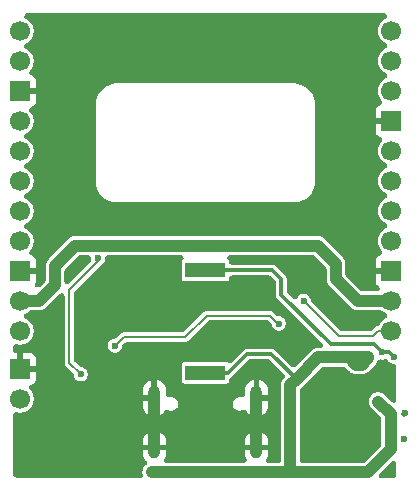
<source format=gbl>
%TF.GenerationSoftware,KiCad,Pcbnew,9.0.1*%
%TF.CreationDate,2025-12-21T16:37:51-06:00*%
%TF.ProjectId,ProtoCarrier_v1,50726f74-6f43-4617-9272-6965725f7631,rev?*%
%TF.SameCoordinates,Original*%
%TF.FileFunction,Copper,L4,Bot*%
%TF.FilePolarity,Positive*%
%FSLAX46Y46*%
G04 Gerber Fmt 4.6, Leading zero omitted, Abs format (unit mm)*
G04 Created by KiCad (PCBNEW 9.0.1) date 2025-12-21 16:37:51*
%MOMM*%
%LPD*%
G01*
G04 APERTURE LIST*
%TA.AperFunction,ComponentPad*%
%ADD10C,1.700000*%
%TD*%
%TA.AperFunction,ComponentPad*%
%ADD11R,1.700000X1.700000*%
%TD*%
%TA.AperFunction,HeatsinkPad*%
%ADD12O,1.000000X2.100000*%
%TD*%
%TA.AperFunction,HeatsinkPad*%
%ADD13O,1.000000X1.800000*%
%TD*%
%TA.AperFunction,SMDPad,CuDef*%
%ADD14R,3.400000X1.300000*%
%TD*%
%TA.AperFunction,ViaPad*%
%ADD15C,0.600000*%
%TD*%
%TA.AperFunction,Conductor*%
%ADD16C,1.000000*%
%TD*%
%TA.AperFunction,Conductor*%
%ADD17C,0.500000*%
%TD*%
%TA.AperFunction,Conductor*%
%ADD18C,0.200000*%
%TD*%
%TA.AperFunction,Conductor*%
%ADD19C,0.300000*%
%TD*%
G04 APERTURE END LIST*
D10*
%TO.P,J2,1,Pin_1*%
%TO.N,Net-(D1-A1)*%
X134300000Y-112970000D03*
D11*
%TO.P,J2,2,Pin_2*%
%TO.N,GND*%
X134300000Y-110430000D03*
%TD*%
D10*
%TO.P,J1,1,Pin_1*%
%TO.N,/SoM Breakout/IO7*%
X134300000Y-81810000D03*
%TO.P,J1,2,Pin_2*%
%TO.N,/SoM Breakout/IO6*%
X134300000Y-84350000D03*
D11*
%TO.P,J1,3,Pin_3*%
%TO.N,GND*%
X134300000Y-86890000D03*
D10*
%TO.P,J1,4,Pin_4*%
%TO.N,/SoM Breakout/IO5*%
X134300000Y-89430000D03*
%TO.P,J1,5,Pin_5*%
%TO.N,/SoM Breakout/IO4*%
X134300000Y-91970000D03*
%TO.P,J1,6,Pin_6*%
%TO.N,/SoM Breakout/IO3*%
X134300000Y-94510000D03*
%TO.P,J1,7,Pin_7*%
%TO.N,/SoM Breakout/IO2*%
X134300000Y-97050000D03*
%TO.P,J1,8,Pin_8*%
%TO.N,/SoM Breakout/IO1*%
X134300000Y-99590000D03*
D11*
%TO.P,J1,9,Pin_9*%
%TO.N,GND*%
X134300000Y-102130000D03*
D10*
%TO.P,J1,10,Pin_10*%
%TO.N,+3V3*%
X134300000Y-104670000D03*
%TO.P,J1,11,Pin_11*%
%TO.N,/SoM Breakout/IO0*%
X134300000Y-107210000D03*
%TD*%
D12*
%TO.P,J4,S1,SHIELD*%
%TO.N,GND*%
X145680000Y-112895000D03*
D13*
X145680000Y-117075000D03*
D12*
X154320000Y-112895000D03*
D13*
X154320000Y-117075000D03*
%TD*%
D10*
%TO.P,J3,1,Pin_1*%
%TO.N,/SoM Breakout/IO8*%
X165750000Y-81800000D03*
%TO.P,J3,2,Pin_2*%
%TO.N,/SoM Breakout/IO9*%
X165750000Y-84340000D03*
%TO.P,J3,3,Pin_3*%
%TO.N,/SoM Breakout/IO10*%
X165750000Y-86880000D03*
D11*
%TO.P,J3,4,Pin_4*%
%TO.N,GND*%
X165750000Y-89420000D03*
D10*
%TO.P,J3,5,Pin_5*%
%TO.N,/SoM Breakout/IO11*%
X165750000Y-91960000D03*
%TO.P,J3,6,Pin_6*%
%TO.N,/SoM Breakout/IO12*%
X165750000Y-94500000D03*
%TO.P,J3,7,Pin_7*%
%TO.N,/SoM Breakout/UART0_RX*%
X165750000Y-97040000D03*
%TO.P,J3,8,Pin_8*%
%TO.N,/SoM Breakout/UART0_TX*%
X165750000Y-99580000D03*
D11*
%TO.P,J3,9,Pin_9*%
%TO.N,GND*%
X165750000Y-102120000D03*
D10*
%TO.P,J3,10,Pin_10*%
%TO.N,+3V3*%
X165750000Y-104660000D03*
%TO.P,J3,11,Pin_11*%
%TO.N,/SoM Breakout/BOOT0*%
X165750000Y-107200000D03*
%TD*%
D14*
%TO.P,LS1,1*%
%TO.N,VSYS*%
X150000000Y-110749999D03*
%TO.P,LS1,2*%
%TO.N,/Status Indication/BUZZ_DRAIN*%
X150000000Y-102050001D03*
%TD*%
D15*
%TO.N,VSYS*%
X163000000Y-110050000D03*
%TO.N,GND*%
X159950000Y-85150000D03*
X138400000Y-92524999D03*
X163100000Y-115800000D03*
X147600000Y-103400000D03*
X142012500Y-115325000D03*
X159625000Y-101750000D03*
X161600000Y-99225000D03*
X163575000Y-90725000D03*
X163150000Y-117975000D03*
X144250000Y-98475000D03*
X140500000Y-106725000D03*
X145950000Y-111100000D03*
X147625000Y-106725000D03*
X166850000Y-116325000D03*
X156050000Y-85500000D03*
X163600000Y-85600000D03*
X151800000Y-80900000D03*
X148600000Y-105100000D03*
X147675000Y-108975000D03*
X157125000Y-83525000D03*
X152075000Y-116725000D03*
X155925000Y-82450000D03*
X139350000Y-101800000D03*
X152850000Y-84625000D03*
X144050000Y-103225000D03*
X141700000Y-97350000D03*
X138850000Y-116425000D03*
X150012500Y-109112500D03*
X154750000Y-103475000D03*
X139525000Y-105100000D03*
X136200000Y-101150000D03*
X149550000Y-98425000D03*
X165775000Y-119100000D03*
X159400000Y-112725000D03*
X155925000Y-81300000D03*
X163550000Y-93300000D03*
X159975000Y-98250001D03*
X140150000Y-87550000D03*
X137612500Y-115328500D03*
X164325000Y-111900000D03*
X153700000Y-101175000D03*
X139100000Y-89950000D03*
X154650000Y-110025000D03*
X155825000Y-117050000D03*
X138961798Y-97140458D03*
X142875000Y-83525000D03*
X138850000Y-80950000D03*
X166900000Y-114150000D03*
X144075000Y-82425000D03*
X164325000Y-111025000D03*
X140500000Y-103475000D03*
X159425000Y-115300000D03*
X154750000Y-106725000D03*
X157100000Y-109175000D03*
X161375000Y-104675000D03*
X155725000Y-105100000D03*
X136650000Y-82950000D03*
X147125000Y-84750000D03*
X161350000Y-81050000D03*
X148450000Y-117925000D03*
X136500000Y-85500000D03*
X163600000Y-83025000D03*
X135950000Y-108850000D03*
X152525000Y-109000000D03*
X142500000Y-101725000D03*
X144500000Y-109850000D03*
X145275000Y-83525000D03*
X145975000Y-108675000D03*
X163550000Y-88050000D03*
X136775000Y-93500000D03*
X142425000Y-117400000D03*
X160975000Y-94700000D03*
X146650000Y-105100000D03*
X154725000Y-83525000D03*
X163225000Y-98250000D03*
X141475000Y-105100000D03*
X136300000Y-90450000D03*
X152625000Y-97175000D03*
X150225000Y-85625000D03*
X155600000Y-98550000D03*
X163150000Y-113775000D03*
X138400000Y-94475001D03*
X140825000Y-84775000D03*
X160850000Y-105950000D03*
X143950000Y-85600000D03*
X160000000Y-92450000D03*
X161600000Y-97275000D03*
X160900000Y-89925000D03*
X137400000Y-106000000D03*
X146700000Y-97200000D03*
X147625000Y-115250000D03*
X147975000Y-80925000D03*
X159425000Y-117425000D03*
X158175000Y-97200000D03*
X156050000Y-111150000D03*
X160000000Y-87600000D03*
X153775000Y-105100000D03*
X146100000Y-101750000D03*
X139850000Y-109300000D03*
X163717524Y-96211471D03*
X140925000Y-111225000D03*
X144050000Y-81300000D03*
%TO.N,/SoM Breakout/CORE_RST_N*%
X140900000Y-101025000D03*
X139450000Y-110875000D03*
%TO.N,+3V3*%
X151450000Y-100000000D03*
X153225000Y-100000000D03*
X152375000Y-100025000D03*
%TO.N,/SoM Breakout/BOOT0*%
X142350000Y-108450000D03*
X158325000Y-104675000D03*
X156217385Y-106579439D03*
%TO.N,VSYS*%
X159150000Y-109525000D03*
X155275000Y-119175000D03*
X152200000Y-119200000D03*
X163800000Y-109475000D03*
X165700000Y-114800000D03*
X162175000Y-109450000D03*
X165700000Y-116925000D03*
X148175000Y-119150000D03*
X150350000Y-119150000D03*
X145450000Y-119175000D03*
X164625000Y-113200000D03*
%TO.N,/Status Indication/BUZZ_DRAIN*%
X164925000Y-109025000D03*
X165925000Y-109375000D03*
%TD*%
D16*
%TO.N,VSYS*%
X163225000Y-110050000D02*
X163800000Y-109475000D01*
X163000000Y-110050000D02*
X163225000Y-110050000D01*
X162775000Y-110050000D02*
X162175000Y-109450000D01*
X163000000Y-110050000D02*
X162775000Y-110050000D01*
X163000000Y-109450000D02*
X162175000Y-109450000D01*
%TO.N,+3V3*%
X162885000Y-104660000D02*
X165750000Y-104660000D01*
X161050000Y-102825000D02*
X162885000Y-104660000D01*
X161050000Y-101525000D02*
X161050000Y-102825000D01*
X137260000Y-101710000D02*
X138995000Y-99975000D01*
X137260000Y-103340000D02*
X137260000Y-101710000D01*
X138995000Y-99975000D02*
X159500000Y-99975000D01*
X159500000Y-99975000D02*
X161050000Y-101525000D01*
X135930000Y-104670000D02*
X137260000Y-103340000D01*
X134300000Y-104670000D02*
X135930000Y-104670000D01*
%TO.N,GND*%
X154320000Y-112895000D02*
X154320000Y-117075000D01*
X145680000Y-112895000D02*
X145680000Y-117075000D01*
D17*
X166850000Y-114200000D02*
X166900000Y-114150000D01*
D18*
%TO.N,/SoM Breakout/CORE_RST_N*%
X138475000Y-109900000D02*
X139450000Y-110875000D01*
X140900000Y-101025000D02*
X140900000Y-101300000D01*
X140900000Y-101300000D02*
X138475000Y-103725000D01*
X138475000Y-103725000D02*
X138475000Y-109900000D01*
%TO.N,/SoM Breakout/BOOT0*%
X164150000Y-107650000D02*
X164600000Y-107200000D01*
X165550000Y-107400000D02*
X165750000Y-107200000D01*
X150125000Y-105900000D02*
X148300000Y-107725000D01*
X156179439Y-106579439D02*
X155500000Y-105900000D01*
X156217385Y-106579439D02*
X156179439Y-106579439D01*
X158325000Y-104675000D02*
X161300000Y-107650000D01*
X164600000Y-107200000D02*
X165750000Y-107200000D01*
X148300000Y-107725000D02*
X143075000Y-107725000D01*
X155500000Y-105900000D02*
X150125000Y-105900000D01*
X161300000Y-107650000D02*
X164150000Y-107650000D01*
X143075000Y-107725000D02*
X142350000Y-108450000D01*
D16*
%TO.N,VSYS*%
X155275000Y-119175000D02*
X157200000Y-119175000D01*
X163750000Y-119175000D02*
X157200000Y-119175000D01*
D17*
X162125000Y-109400000D02*
X162175000Y-109450000D01*
D19*
X150000000Y-110749999D02*
X151925001Y-110749999D01*
D16*
X165700000Y-116925000D02*
X165700000Y-117225000D01*
X165700000Y-117225000D02*
X163750000Y-119175000D01*
X157712500Y-111287500D02*
X159550000Y-109450000D01*
X159550000Y-109450000D02*
X162175000Y-109450000D01*
X157200000Y-119175000D02*
X157200000Y-111800000D01*
D19*
X153525000Y-109150000D02*
X155575000Y-109150000D01*
D16*
X165700000Y-114275000D02*
X164625000Y-113200000D01*
X165700000Y-116925000D02*
X165700000Y-114275000D01*
X163775000Y-109450000D02*
X163000000Y-109450000D01*
D19*
X151925001Y-110749999D02*
X153525000Y-109150000D01*
X155575000Y-109150000D02*
X157712500Y-111287500D01*
X164650000Y-113225000D02*
X164625000Y-113200000D01*
D16*
X145450000Y-119175000D02*
X155275000Y-119175000D01*
X157200000Y-111800000D02*
X157712500Y-111287500D01*
D19*
%TO.N,/Status Indication/BUZZ_DRAIN*%
X160650000Y-108350000D02*
X156425000Y-104125000D01*
X150000000Y-102050001D02*
X155675001Y-102050001D01*
X165575000Y-109025000D02*
X164925000Y-109025000D01*
X164250000Y-108350000D02*
X160650000Y-108350000D01*
X165925000Y-109375000D02*
X165575000Y-109025000D01*
X156425000Y-104125000D02*
X156425000Y-102800000D01*
X164925000Y-109025000D02*
X164250000Y-108350000D01*
X155675001Y-102050001D02*
X156425000Y-102800000D01*
%TD*%
%TA.AperFunction,Conductor*%
%TO.N,GND*%
G36*
X147993679Y-100794454D02*
G01*
X148074461Y-100848430D01*
X148128437Y-100929212D01*
X148147391Y-101024500D01*
X148128437Y-101119788D01*
X148074463Y-101200566D01*
X148052863Y-101222167D01*
X148047794Y-101227236D01*
X148002414Y-101330012D01*
X147999500Y-101355134D01*
X147999500Y-102744856D01*
X147999501Y-102744870D01*
X148002415Y-102769994D01*
X148047792Y-102872763D01*
X148047793Y-102872764D01*
X148047794Y-102872766D01*
X148127235Y-102952207D01*
X148230009Y-102997586D01*
X148255135Y-103000501D01*
X151744864Y-103000500D01*
X151769991Y-102997586D01*
X151872765Y-102952207D01*
X151952206Y-102872766D01*
X151997585Y-102769992D01*
X152000500Y-102744866D01*
X152000500Y-102744865D01*
X152000915Y-102737689D01*
X152002827Y-102737799D01*
X152019454Y-102654213D01*
X152073430Y-102573431D01*
X152154212Y-102519455D01*
X152249500Y-102500501D01*
X155385258Y-102500501D01*
X155480546Y-102519455D01*
X155561328Y-102573431D01*
X155901570Y-102913673D01*
X155955546Y-102994455D01*
X155974500Y-103089743D01*
X155974500Y-104184309D01*
X155986303Y-104228358D01*
X155986304Y-104228362D01*
X156005200Y-104298884D01*
X156005201Y-104298887D01*
X156058147Y-104390591D01*
X156064511Y-104401614D01*
X159887327Y-108224430D01*
X159941303Y-108305212D01*
X159960257Y-108400500D01*
X159941303Y-108495788D01*
X159887327Y-108576570D01*
X159806545Y-108630546D01*
X159711257Y-108649500D01*
X159628842Y-108649500D01*
X159471157Y-108649500D01*
X159378364Y-108667957D01*
X159316500Y-108680263D01*
X159278720Y-108695913D01*
X159278719Y-108695913D01*
X159170823Y-108740605D01*
X159170819Y-108740606D01*
X159039712Y-108828210D01*
X159039704Y-108828216D01*
X159039699Y-108828222D01*
X158904208Y-108963712D01*
X158881026Y-108986893D01*
X158781284Y-109044480D01*
X158669480Y-109156284D01*
X158611895Y-109256022D01*
X158588713Y-109279205D01*
X158588714Y-109279205D01*
X157641082Y-110226838D01*
X157560300Y-110280815D01*
X157465012Y-110299769D01*
X157369724Y-110280815D01*
X157288943Y-110226839D01*
X157288942Y-110226839D01*
X155851614Y-108789511D01*
X155825614Y-108774500D01*
X155748887Y-108730201D01*
X155748884Y-108730200D01*
X155724674Y-108723713D01*
X155724670Y-108723711D01*
X155634313Y-108699500D01*
X155634309Y-108699500D01*
X153465691Y-108699500D01*
X153358304Y-108728274D01*
X153351110Y-108730202D01*
X153319618Y-108748384D01*
X153319617Y-108748386D01*
X153248386Y-108789511D01*
X153248385Y-108789512D01*
X153248382Y-108789514D01*
X152207299Y-109830595D01*
X152126518Y-109884571D01*
X152031230Y-109903525D01*
X151935941Y-109884571D01*
X151890512Y-109859950D01*
X151872767Y-109847794D01*
X151833815Y-109830595D01*
X151769991Y-109802414D01*
X151769990Y-109802413D01*
X151769989Y-109802413D01*
X151744866Y-109799499D01*
X148255144Y-109799499D01*
X148255130Y-109799500D01*
X148230006Y-109802414D01*
X148127237Y-109847791D01*
X148047794Y-109927234D01*
X148002414Y-110030010D01*
X147999500Y-110055132D01*
X147999500Y-111444854D01*
X147999501Y-111444868D01*
X148002415Y-111469992D01*
X148047792Y-111572761D01*
X148047793Y-111572762D01*
X148047794Y-111572764D01*
X148127235Y-111652205D01*
X148230009Y-111697584D01*
X148255135Y-111700499D01*
X151744864Y-111700498D01*
X151769991Y-111697584D01*
X151872765Y-111652205D01*
X151952206Y-111572764D01*
X151997585Y-111469990D01*
X152000500Y-111444864D01*
X152000499Y-111370362D01*
X152019452Y-111275078D01*
X152073427Y-111194296D01*
X152124998Y-111154723D01*
X152201615Y-111110488D01*
X153638673Y-109673430D01*
X153719455Y-109619454D01*
X153814743Y-109600500D01*
X155285257Y-109600500D01*
X155380545Y-109619454D01*
X155461327Y-109673430D01*
X156651839Y-110863942D01*
X156705815Y-110944724D01*
X156724769Y-111040012D01*
X156705815Y-111135300D01*
X156651841Y-111216079D01*
X156578212Y-111289709D01*
X156578210Y-111289712D01*
X156490606Y-111420819D01*
X156490603Y-111420826D01*
X156430263Y-111566502D01*
X156430261Y-111566507D01*
X156399500Y-111721153D01*
X156399500Y-118125500D01*
X156380546Y-118220788D01*
X156326570Y-118301570D01*
X156245788Y-118355546D01*
X156150500Y-118374500D01*
X155387510Y-118374500D01*
X155292222Y-118355546D01*
X155211440Y-118301570D01*
X155157464Y-118220788D01*
X155138510Y-118125500D01*
X155157464Y-118030212D01*
X155180474Y-117987163D01*
X155206188Y-117948679D01*
X155206191Y-117948672D01*
X155281570Y-117766691D01*
X155320000Y-117573489D01*
X155320000Y-117325001D01*
X155319999Y-117325000D01*
X154620000Y-117325000D01*
X154620000Y-116825000D01*
X155319999Y-116825000D01*
X155320000Y-116824999D01*
X155320000Y-116576510D01*
X155281570Y-116383308D01*
X155206191Y-116201327D01*
X155206188Y-116201320D01*
X155096753Y-116037540D01*
X154957459Y-115898246D01*
X154793679Y-115788811D01*
X154793676Y-115788810D01*
X154611691Y-115713430D01*
X154611692Y-115713430D01*
X154570000Y-115705136D01*
X154570000Y-116508011D01*
X154560060Y-116490795D01*
X154504205Y-116434940D01*
X154435796Y-116395444D01*
X154359496Y-116375000D01*
X154280504Y-116375000D01*
X154204204Y-116395444D01*
X154135795Y-116434940D01*
X154079940Y-116490795D01*
X154070000Y-116508011D01*
X154070000Y-115705136D01*
X154069999Y-115705136D01*
X154028308Y-115713430D01*
X153846323Y-115788810D01*
X153846320Y-115788811D01*
X153682540Y-115898246D01*
X153543246Y-116037540D01*
X153433811Y-116201320D01*
X153433808Y-116201327D01*
X153358429Y-116383308D01*
X153320000Y-116576510D01*
X153320000Y-116824999D01*
X153320001Y-116825000D01*
X154020000Y-116825000D01*
X154020000Y-117325000D01*
X153320001Y-117325000D01*
X153320000Y-117325001D01*
X153320000Y-117573489D01*
X153358429Y-117766691D01*
X153433808Y-117948672D01*
X153433811Y-117948679D01*
X153459526Y-117987163D01*
X153496705Y-118076922D01*
X153496706Y-118174077D01*
X153459526Y-118263837D01*
X153390827Y-118332536D01*
X153301068Y-118369715D01*
X153252490Y-118374500D01*
X146747510Y-118374500D01*
X146652222Y-118355546D01*
X146571440Y-118301570D01*
X146517464Y-118220788D01*
X146498510Y-118125500D01*
X146517464Y-118030212D01*
X146540474Y-117987163D01*
X146566188Y-117948679D01*
X146566191Y-117948672D01*
X146641570Y-117766691D01*
X146680000Y-117573489D01*
X146680000Y-117325001D01*
X146679999Y-117325000D01*
X145980000Y-117325000D01*
X145980000Y-116825000D01*
X146679999Y-116825000D01*
X146680000Y-116824999D01*
X146680000Y-116576510D01*
X146641570Y-116383308D01*
X146566191Y-116201327D01*
X146566188Y-116201320D01*
X146456753Y-116037540D01*
X146317459Y-115898246D01*
X146153679Y-115788811D01*
X146153676Y-115788810D01*
X145971691Y-115713430D01*
X145971692Y-115713430D01*
X145930000Y-115705136D01*
X145930000Y-116508011D01*
X145920060Y-116490795D01*
X145864205Y-116434940D01*
X145795796Y-116395444D01*
X145719496Y-116375000D01*
X145640504Y-116375000D01*
X145564204Y-116395444D01*
X145495795Y-116434940D01*
X145439940Y-116490795D01*
X145430000Y-116508011D01*
X145430000Y-115705136D01*
X145429999Y-115705136D01*
X145388308Y-115713430D01*
X145206323Y-115788810D01*
X145206320Y-115788811D01*
X145042540Y-115898246D01*
X144903246Y-116037540D01*
X144793811Y-116201320D01*
X144793808Y-116201327D01*
X144718429Y-116383308D01*
X144680000Y-116576510D01*
X144680000Y-116824999D01*
X144680001Y-116825000D01*
X145380000Y-116825000D01*
X145380000Y-117325000D01*
X144680001Y-117325000D01*
X144680000Y-117325001D01*
X144680000Y-117573489D01*
X144718429Y-117766691D01*
X144793808Y-117948672D01*
X144793811Y-117948679D01*
X144903246Y-118112459D01*
X144967521Y-118176734D01*
X145021497Y-118257516D01*
X145040451Y-118352804D01*
X145021497Y-118448092D01*
X144967521Y-118528874D01*
X144948454Y-118544578D01*
X144949169Y-118545449D01*
X144939715Y-118553207D01*
X144828208Y-118664714D01*
X144740606Y-118795819D01*
X144740603Y-118795826D01*
X144680263Y-118941502D01*
X144680261Y-118941507D01*
X144649500Y-119096153D01*
X144649500Y-119253846D01*
X144678955Y-119401922D01*
X144678956Y-119499077D01*
X144641776Y-119588836D01*
X144573078Y-119657536D01*
X144483318Y-119694715D01*
X144434740Y-119699500D01*
X134508898Y-119699500D01*
X134491135Y-119698866D01*
X134275895Y-119683472D01*
X134240728Y-119678415D01*
X134038600Y-119634444D01*
X134004513Y-119624435D01*
X133861983Y-119571274D01*
X133779327Y-119520216D01*
X133722502Y-119441412D01*
X133700159Y-119346861D01*
X133700000Y-119337974D01*
X133700000Y-114327475D01*
X133718954Y-114232187D01*
X133772930Y-114151405D01*
X133853712Y-114097429D01*
X133949000Y-114078475D01*
X134021072Y-114089890D01*
X134021073Y-114089886D01*
X134021124Y-114089898D01*
X134025946Y-114090662D01*
X134029741Y-114091894D01*
X134030591Y-114092171D01*
X134209454Y-114120500D01*
X134209458Y-114120500D01*
X134390542Y-114120500D01*
X134390546Y-114120500D01*
X134569409Y-114092171D01*
X134741639Y-114036211D01*
X134902994Y-113953996D01*
X135049501Y-113847553D01*
X135177553Y-113719501D01*
X135283996Y-113572994D01*
X135366211Y-113411639D01*
X135422171Y-113239409D01*
X135450500Y-113060546D01*
X135450500Y-112879454D01*
X135422171Y-112700591D01*
X135404108Y-112644999D01*
X135366213Y-112528367D01*
X135366212Y-112528366D01*
X135366211Y-112528361D01*
X135283996Y-112367006D01*
X135196451Y-112246510D01*
X144680000Y-112246510D01*
X144680000Y-112644999D01*
X144680001Y-112645000D01*
X145380000Y-112645000D01*
X145380000Y-113145000D01*
X144680001Y-113145000D01*
X144680000Y-113145001D01*
X144680000Y-113543489D01*
X144718429Y-113736691D01*
X144793808Y-113918672D01*
X144793811Y-113918679D01*
X144903246Y-114082459D01*
X145042540Y-114221753D01*
X145206320Y-114331188D01*
X145206324Y-114331189D01*
X145388311Y-114406571D01*
X145429999Y-114414863D01*
X145430000Y-114414862D01*
X145430000Y-113611988D01*
X145439940Y-113629205D01*
X145495795Y-113685060D01*
X145564204Y-113724556D01*
X145640504Y-113745000D01*
X145719496Y-113745000D01*
X145795796Y-113724556D01*
X145864205Y-113685060D01*
X145920060Y-113629205D01*
X145930000Y-113611988D01*
X145930000Y-114414863D01*
X145971687Y-114406571D01*
X145971689Y-114406571D01*
X146153675Y-114331189D01*
X146153679Y-114331188D01*
X146317459Y-114221753D01*
X146456755Y-114082457D01*
X146520094Y-113987664D01*
X146588792Y-113918964D01*
X146678552Y-113881785D01*
X146775707Y-113881784D01*
X146851625Y-113910357D01*
X146887865Y-113931281D01*
X146887867Y-113931281D01*
X146887868Y-113931282D01*
X147034234Y-113970500D01*
X147185766Y-113970500D01*
X147332135Y-113931281D01*
X147463365Y-113855515D01*
X147570515Y-113748365D01*
X147646281Y-113617135D01*
X147685500Y-113470766D01*
X147685500Y-113319234D01*
X147685500Y-113319233D01*
X152314500Y-113319233D01*
X152314500Y-113470766D01*
X152353718Y-113617133D01*
X152429482Y-113748361D01*
X152429483Y-113748362D01*
X152429485Y-113748365D01*
X152536635Y-113855515D01*
X152667865Y-113931281D01*
X152814234Y-113970500D01*
X152965766Y-113970500D01*
X153112135Y-113931281D01*
X153148369Y-113910360D01*
X153240364Y-113879131D01*
X153337311Y-113885483D01*
X153424448Y-113928453D01*
X153479904Y-113987662D01*
X153543245Y-114082458D01*
X153682540Y-114221753D01*
X153846320Y-114331188D01*
X153846324Y-114331189D01*
X154028311Y-114406571D01*
X154069999Y-114414863D01*
X154070000Y-114414862D01*
X154070000Y-113611988D01*
X154079940Y-113629205D01*
X154135795Y-113685060D01*
X154204204Y-113724556D01*
X154280504Y-113745000D01*
X154359496Y-113745000D01*
X154435796Y-113724556D01*
X154504205Y-113685060D01*
X154560060Y-113629205D01*
X154570000Y-113611988D01*
X154570000Y-114414863D01*
X154611687Y-114406571D01*
X154611689Y-114406571D01*
X154793675Y-114331189D01*
X154793679Y-114331188D01*
X154957459Y-114221753D01*
X155096753Y-114082459D01*
X155206188Y-113918679D01*
X155206191Y-113918672D01*
X155281570Y-113736691D01*
X155320000Y-113543489D01*
X155320000Y-113145001D01*
X155319999Y-113145000D01*
X154620000Y-113145000D01*
X154620000Y-112645000D01*
X155319999Y-112645000D01*
X155320000Y-112644999D01*
X155320000Y-112246510D01*
X155281570Y-112053308D01*
X155206191Y-111871327D01*
X155206188Y-111871320D01*
X155096753Y-111707540D01*
X154957459Y-111568246D01*
X154793679Y-111458811D01*
X154793676Y-111458810D01*
X154611691Y-111383430D01*
X154611692Y-111383430D01*
X154570000Y-111375136D01*
X154570000Y-112178011D01*
X154560060Y-112160795D01*
X154504205Y-112104940D01*
X154435796Y-112065444D01*
X154359496Y-112045000D01*
X154280504Y-112045000D01*
X154204204Y-112065444D01*
X154135795Y-112104940D01*
X154079940Y-112160795D01*
X154070000Y-112178011D01*
X154070000Y-111375136D01*
X154069999Y-111375136D01*
X154028308Y-111383430D01*
X153846323Y-111458810D01*
X153846320Y-111458811D01*
X153682540Y-111568246D01*
X153543246Y-111707540D01*
X153433811Y-111871320D01*
X153433808Y-111871327D01*
X153358429Y-112053308D01*
X153320000Y-112246510D01*
X153320000Y-112589913D01*
X153301046Y-112685201D01*
X153247070Y-112765983D01*
X153166288Y-112819959D01*
X153071000Y-112838913D01*
X153006555Y-112830429D01*
X152965767Y-112819500D01*
X152965766Y-112819500D01*
X152814234Y-112819500D01*
X152667866Y-112858718D01*
X152536638Y-112934482D01*
X152429482Y-113041638D01*
X152353718Y-113172866D01*
X152314500Y-113319233D01*
X147685500Y-113319233D01*
X147646281Y-113172865D01*
X147581433Y-113060546D01*
X147570517Y-113041638D01*
X147570516Y-113041637D01*
X147570515Y-113041635D01*
X147463365Y-112934485D01*
X147463362Y-112934483D01*
X147463361Y-112934482D01*
X147399659Y-112897704D01*
X147332135Y-112858719D01*
X147332132Y-112858718D01*
X147332134Y-112858718D01*
X147185766Y-112819500D01*
X147034234Y-112819500D01*
X147034233Y-112819500D01*
X146993445Y-112830429D01*
X146896498Y-112836783D01*
X146804499Y-112805553D01*
X146731454Y-112741494D01*
X146688484Y-112654358D01*
X146680000Y-112589913D01*
X146680000Y-112246510D01*
X146641570Y-112053308D01*
X146566191Y-111871327D01*
X146566188Y-111871320D01*
X146456753Y-111707540D01*
X146317459Y-111568246D01*
X146153679Y-111458811D01*
X146153676Y-111458810D01*
X145971691Y-111383430D01*
X145971692Y-111383430D01*
X145930000Y-111375136D01*
X145930000Y-112178011D01*
X145920060Y-112160795D01*
X145864205Y-112104940D01*
X145795796Y-112065444D01*
X145719496Y-112045000D01*
X145640504Y-112045000D01*
X145564204Y-112065444D01*
X145495795Y-112104940D01*
X145439940Y-112160795D01*
X145430000Y-112178011D01*
X145430000Y-111375136D01*
X145429999Y-111375136D01*
X145388308Y-111383430D01*
X145206323Y-111458810D01*
X145206320Y-111458811D01*
X145042540Y-111568246D01*
X144903246Y-111707540D01*
X144793811Y-111871320D01*
X144793808Y-111871327D01*
X144718429Y-112053308D01*
X144680000Y-112246510D01*
X135196451Y-112246510D01*
X135177553Y-112220499D01*
X135136128Y-112179074D01*
X135126648Y-112166899D01*
X135111645Y-112137012D01*
X135093068Y-112109209D01*
X135090035Y-112093963D01*
X135083061Y-112080070D01*
X135080637Y-112046716D01*
X135074114Y-112013921D01*
X135077146Y-111998674D01*
X135076020Y-111983170D01*
X135086544Y-111951429D01*
X135093068Y-111918633D01*
X135101704Y-111905707D01*
X135106597Y-111890952D01*
X135128465Y-111865656D01*
X135147044Y-111837851D01*
X135159969Y-111829214D01*
X135170136Y-111817455D01*
X135200022Y-111802452D01*
X135227826Y-111783875D01*
X135242783Y-111779045D01*
X135242782Y-111779041D01*
X135392087Y-111723353D01*
X135507187Y-111637189D01*
X135507189Y-111637187D01*
X135593353Y-111522087D01*
X135643596Y-111387378D01*
X135643598Y-111387371D01*
X135649999Y-111327832D01*
X135650000Y-111327825D01*
X135650000Y-110680001D01*
X135649999Y-110680000D01*
X134733012Y-110680000D01*
X134765925Y-110622993D01*
X134800000Y-110495826D01*
X134800000Y-110364174D01*
X134765925Y-110237007D01*
X134733012Y-110180000D01*
X135649999Y-110180000D01*
X135650000Y-110179999D01*
X135650000Y-109532175D01*
X135649999Y-109532167D01*
X135643598Y-109472628D01*
X135643596Y-109472621D01*
X135593353Y-109337912D01*
X135507189Y-109222812D01*
X135507187Y-109222810D01*
X135392087Y-109136646D01*
X135257378Y-109086403D01*
X135257371Y-109086401D01*
X135197832Y-109080000D01*
X134550001Y-109080000D01*
X134550000Y-109080001D01*
X134550000Y-109996988D01*
X134492993Y-109964075D01*
X134365826Y-109930000D01*
X134234174Y-109930000D01*
X134107007Y-109964075D01*
X134050000Y-109996988D01*
X134050000Y-109080001D01*
X134049999Y-109080000D01*
X133949000Y-109080000D01*
X133853712Y-109061046D01*
X133772930Y-109007070D01*
X133718954Y-108926288D01*
X133700000Y-108831000D01*
X133700000Y-108567475D01*
X133718954Y-108472187D01*
X133772930Y-108391405D01*
X133853712Y-108337429D01*
X133949000Y-108318475D01*
X134021072Y-108329890D01*
X134021073Y-108329886D01*
X134021124Y-108329898D01*
X134025946Y-108330662D01*
X134029741Y-108331894D01*
X134030591Y-108332171D01*
X134209454Y-108360500D01*
X134209458Y-108360500D01*
X134390542Y-108360500D01*
X134390546Y-108360500D01*
X134569409Y-108332171D01*
X134741639Y-108276211D01*
X134902994Y-108193996D01*
X135049501Y-108087553D01*
X135177553Y-107959501D01*
X135283996Y-107812994D01*
X135366211Y-107651639D01*
X135422171Y-107479409D01*
X135450500Y-107300546D01*
X135450500Y-107119454D01*
X135422171Y-106940591D01*
X135385196Y-106826793D01*
X135366213Y-106768367D01*
X135366212Y-106768366D01*
X135366211Y-106768361D01*
X135283996Y-106607006D01*
X135177553Y-106460499D01*
X135049501Y-106332447D01*
X134902994Y-106226004D01*
X134902991Y-106226002D01*
X134902985Y-106225999D01*
X134777106Y-106161860D01*
X134764208Y-106151692D01*
X134749114Y-106145207D01*
X134726385Y-106121874D01*
X134700809Y-106101712D01*
X134692782Y-106087379D01*
X134681321Y-106075614D01*
X134669251Y-106045362D01*
X134653337Y-106016945D01*
X134651406Y-106000634D01*
X134645319Y-105985376D01*
X134645745Y-105952802D01*
X134641918Y-105920463D01*
X134646375Y-105904656D01*
X134646591Y-105888229D01*
X134659450Y-105858298D01*
X134668290Y-105826956D01*
X134678457Y-105814058D01*
X134684943Y-105798964D01*
X134702484Y-105783580D01*
X134728438Y-105750659D01*
X134754536Y-105731171D01*
X134765484Y-105724061D01*
X134902994Y-105653996D01*
X135049501Y-105547553D01*
X135072127Y-105524926D01*
X135094079Y-105510671D01*
X135115355Y-105502182D01*
X135134405Y-105489454D01*
X135160039Y-105484355D01*
X135184317Y-105474669D01*
X135207226Y-105474968D01*
X135229693Y-105470500D01*
X136008842Y-105470500D01*
X136163497Y-105439737D01*
X136309179Y-105379394D01*
X136440289Y-105291789D01*
X137649433Y-104082644D01*
X137730212Y-104028671D01*
X137825500Y-104009717D01*
X137920788Y-104028671D01*
X138001570Y-104082647D01*
X138055546Y-104163429D01*
X138074500Y-104258717D01*
X138074500Y-109952727D01*
X138101792Y-110054585D01*
X138101793Y-110054588D01*
X138154520Y-110145913D01*
X138776570Y-110767963D01*
X138830546Y-110848745D01*
X138849500Y-110944033D01*
X138849500Y-110954057D01*
X138890422Y-111106783D01*
X138953524Y-111216079D01*
X138969480Y-111243716D01*
X139081284Y-111355520D01*
X139218216Y-111434577D01*
X139370943Y-111475500D01*
X139529057Y-111475500D01*
X139681784Y-111434577D01*
X139818716Y-111355520D01*
X139930520Y-111243716D01*
X140009577Y-111106784D01*
X140050500Y-110954057D01*
X140050500Y-110795943D01*
X140040706Y-110759393D01*
X140009577Y-110643216D01*
X139988708Y-110607070D01*
X139930520Y-110506284D01*
X139818716Y-110394480D01*
X139818713Y-110394478D01*
X139681783Y-110315422D01*
X139529057Y-110274500D01*
X139519033Y-110274500D01*
X139423745Y-110255546D01*
X139342963Y-110201570D01*
X138948430Y-109807037D01*
X138894454Y-109726255D01*
X138875500Y-109630967D01*
X138875500Y-108370942D01*
X141749500Y-108370942D01*
X141749500Y-108529057D01*
X141790422Y-108681783D01*
X141852619Y-108789512D01*
X141869480Y-108818716D01*
X141981284Y-108930520D01*
X142118216Y-109009577D01*
X142270943Y-109050500D01*
X142429057Y-109050500D01*
X142581784Y-109009577D01*
X142718716Y-108930520D01*
X142830520Y-108818716D01*
X142909577Y-108681784D01*
X142950500Y-108529057D01*
X142950500Y-108519033D01*
X142969454Y-108423745D01*
X143023430Y-108342963D01*
X143167963Y-108198430D01*
X143248745Y-108144454D01*
X143344033Y-108125500D01*
X148352727Y-108125500D01*
X148454588Y-108098207D01*
X148545913Y-108045480D01*
X150217962Y-106373429D01*
X150298744Y-106319454D01*
X150394032Y-106300500D01*
X155230967Y-106300500D01*
X155326255Y-106319454D01*
X155407037Y-106373430D01*
X155545713Y-106512106D01*
X155599689Y-106592888D01*
X155616512Y-106655671D01*
X155616883Y-106658488D01*
X155657807Y-106811222D01*
X155732492Y-106940581D01*
X155736865Y-106948155D01*
X155848669Y-107059959D01*
X155985601Y-107139016D01*
X156138328Y-107179939D01*
X156296442Y-107179939D01*
X156449169Y-107139016D01*
X156586101Y-107059959D01*
X156697905Y-106948155D01*
X156776962Y-106811223D01*
X156817885Y-106658496D01*
X156817885Y-106500382D01*
X156807198Y-106460499D01*
X156776962Y-106347655D01*
X156706727Y-106226003D01*
X156697905Y-106210723D01*
X156586101Y-106098919D01*
X156572804Y-106091242D01*
X156449168Y-106019861D01*
X156296442Y-105978939D01*
X156248472Y-105978939D01*
X156153184Y-105959985D01*
X156072402Y-105906009D01*
X155745913Y-105579520D01*
X155654588Y-105526793D01*
X155654585Y-105526792D01*
X155552727Y-105499500D01*
X150193004Y-105499500D01*
X150192988Y-105499499D01*
X150177727Y-105499499D01*
X150072273Y-105499499D01*
X149970417Y-105526791D01*
X149970414Y-105526792D01*
X149970412Y-105526792D01*
X149970412Y-105526793D01*
X149924750Y-105553156D01*
X149924747Y-105553158D01*
X149924746Y-105553157D01*
X149879092Y-105579516D01*
X149879088Y-105579519D01*
X148207037Y-107251570D01*
X148126255Y-107305546D01*
X148030967Y-107324500D01*
X143022273Y-107324500D01*
X142920414Y-107351792D01*
X142920411Y-107351793D01*
X142829086Y-107404520D01*
X142457037Y-107776570D01*
X142376255Y-107830546D01*
X142280967Y-107849500D01*
X142270943Y-107849500D01*
X142118216Y-107890422D01*
X141981286Y-107969478D01*
X141869478Y-108081286D01*
X141790422Y-108218216D01*
X141749500Y-108370942D01*
X138875500Y-108370942D01*
X138875500Y-103994033D01*
X138894454Y-103898745D01*
X138948430Y-103817963D01*
X140028704Y-102737689D01*
X141220480Y-101545913D01*
X141220481Y-101545910D01*
X141226979Y-101539413D01*
X141256669Y-101516634D01*
X141255766Y-101515457D01*
X141268710Y-101505524D01*
X141268711Y-101505522D01*
X141268716Y-101505520D01*
X141380520Y-101393716D01*
X141459577Y-101256784D01*
X141500500Y-101104057D01*
X141500500Y-101024500D01*
X141519454Y-100929212D01*
X141573430Y-100848430D01*
X141654212Y-100794454D01*
X141749500Y-100775500D01*
X147898391Y-100775500D01*
X147993679Y-100794454D01*
G37*
%TD.AperFunction*%
%TA.AperFunction,Conductor*%
G36*
X166021288Y-118253172D02*
G01*
X166102070Y-118307148D01*
X166156046Y-118387930D01*
X166175000Y-118483218D01*
X166175000Y-119384596D01*
X166174119Y-119389024D01*
X166174841Y-119393480D01*
X166164673Y-119436510D01*
X166156046Y-119479884D01*
X166153538Y-119483637D01*
X166152500Y-119488031D01*
X166126639Y-119523894D01*
X166102070Y-119560666D01*
X166098315Y-119563174D01*
X166095676Y-119566835D01*
X166058063Y-119590070D01*
X166021288Y-119614642D01*
X166013020Y-119617895D01*
X165995489Y-119624434D01*
X165961399Y-119634444D01*
X165759271Y-119678415D01*
X165724104Y-119683472D01*
X165508865Y-119698866D01*
X165491102Y-119699500D01*
X164958718Y-119699500D01*
X164863430Y-119680546D01*
X164782648Y-119626570D01*
X164728672Y-119545788D01*
X164709718Y-119450500D01*
X164728672Y-119355212D01*
X164782648Y-119274430D01*
X165749930Y-118307148D01*
X165830712Y-118253172D01*
X165926000Y-118234218D01*
X166021288Y-118253172D01*
G37*
%TD.AperFunction*%
%TA.AperFunction,Conductor*%
G36*
X165254311Y-109587513D02*
G01*
X165270704Y-109588588D01*
X165299917Y-109602994D01*
X165330757Y-109613463D01*
X165343106Y-109624293D01*
X165357840Y-109631559D01*
X165379317Y-109656049D01*
X165403802Y-109677522D01*
X165421898Y-109704604D01*
X165444477Y-109743712D01*
X165444478Y-109743713D01*
X165444480Y-109743716D01*
X165556284Y-109855520D01*
X165556286Y-109855521D01*
X165693216Y-109934577D01*
X165845943Y-109975500D01*
X165926000Y-109975500D01*
X166021288Y-109994454D01*
X166102070Y-110048430D01*
X166156046Y-110129212D01*
X166175000Y-110224500D01*
X166175000Y-113016782D01*
X166156046Y-113112070D01*
X166102070Y-113192852D01*
X166021288Y-113246828D01*
X165926000Y-113265782D01*
X165830712Y-113246828D01*
X165749931Y-113192852D01*
X165135289Y-112578211D01*
X165091387Y-112548876D01*
X165004180Y-112490606D01*
X165004173Y-112490603D01*
X164858497Y-112430263D01*
X164858492Y-112430261D01*
X164703846Y-112399500D01*
X164703842Y-112399500D01*
X164546158Y-112399500D01*
X164546153Y-112399500D01*
X164391507Y-112430261D01*
X164391502Y-112430263D01*
X164245826Y-112490603D01*
X164245819Y-112490606D01*
X164114714Y-112578208D01*
X164003208Y-112689714D01*
X163915606Y-112820819D01*
X163915603Y-112820826D01*
X163855263Y-112966502D01*
X163855261Y-112966507D01*
X163824500Y-113121153D01*
X163824500Y-113278846D01*
X163855261Y-113433492D01*
X163855263Y-113433497D01*
X163915603Y-113579173D01*
X163915606Y-113579180D01*
X164003208Y-113710285D01*
X164003211Y-113710289D01*
X164826572Y-114533650D01*
X164880546Y-114614429D01*
X164899500Y-114709717D01*
X164899500Y-116790282D01*
X164880546Y-116885570D01*
X164826570Y-116966352D01*
X163491352Y-118301570D01*
X163410570Y-118355546D01*
X163315282Y-118374500D01*
X158249500Y-118374500D01*
X158154212Y-118355546D01*
X158073430Y-118301570D01*
X158019454Y-118220788D01*
X158000500Y-118125500D01*
X158000500Y-112234718D01*
X158019454Y-112139430D01*
X158073430Y-112058648D01*
X159808648Y-110323430D01*
X159889430Y-110269454D01*
X159984718Y-110250500D01*
X161740282Y-110250500D01*
X161835570Y-110269454D01*
X161916352Y-110323430D01*
X162153211Y-110560289D01*
X162153210Y-110560289D01*
X162215915Y-110622993D01*
X162264711Y-110671789D01*
X162351919Y-110730059D01*
X162395819Y-110759393D01*
X162395820Y-110759393D01*
X162395821Y-110759394D01*
X162516325Y-110809308D01*
X162516324Y-110809308D01*
X162526753Y-110813627D01*
X162541503Y-110819737D01*
X162541505Y-110819737D01*
X162541507Y-110819738D01*
X162647860Y-110840893D01*
X162696157Y-110850500D01*
X163303842Y-110850500D01*
X163458497Y-110819737D01*
X163604179Y-110759394D01*
X163735289Y-110671789D01*
X164421789Y-109985289D01*
X164509394Y-109854179D01*
X164544709Y-109768919D01*
X164598683Y-109688141D01*
X164679464Y-109634164D01*
X164774752Y-109615209D01*
X164839202Y-109623693D01*
X164845943Y-109625500D01*
X165004060Y-109625500D01*
X165141811Y-109588589D01*
X165158201Y-109587514D01*
X165173757Y-109582234D01*
X165206260Y-109584364D01*
X165238758Y-109582234D01*
X165254311Y-109587513D01*
G37*
%TD.AperFunction*%
%TA.AperFunction,Conductor*%
G36*
X159160570Y-100794454D02*
G01*
X159241352Y-100848430D01*
X160176570Y-101783648D01*
X160230546Y-101864430D01*
X160249500Y-101959718D01*
X160249500Y-102903846D01*
X160280261Y-103058492D01*
X160280263Y-103058497D01*
X160340603Y-103204173D01*
X160340606Y-103204180D01*
X160378678Y-103261158D01*
X160428211Y-103335289D01*
X162374711Y-105281789D01*
X162374714Y-105281791D01*
X162505819Y-105369393D01*
X162505820Y-105369393D01*
X162505821Y-105369394D01*
X162651503Y-105429737D01*
X162651505Y-105429737D01*
X162651507Y-105429738D01*
X162802148Y-105459702D01*
X162806158Y-105460500D01*
X162963842Y-105460500D01*
X164820307Y-105460500D01*
X164915595Y-105479454D01*
X164955922Y-105500671D01*
X164977870Y-105514924D01*
X165000499Y-105537553D01*
X165147006Y-105643996D01*
X165284515Y-105714061D01*
X165295464Y-105721171D01*
X165321091Y-105746136D01*
X165349191Y-105768288D01*
X165355624Y-105779776D01*
X165365056Y-105788964D01*
X165379181Y-105821841D01*
X165396662Y-105853056D01*
X165398209Y-105866128D01*
X165403408Y-105878229D01*
X165403876Y-105914013D01*
X165408081Y-105949538D01*
X165404507Y-105962208D01*
X165404680Y-105975376D01*
X165391420Y-106008610D01*
X165381709Y-106043045D01*
X165373557Y-106053385D01*
X165368678Y-106065615D01*
X165343712Y-106091242D01*
X165321561Y-106119342D01*
X165306605Y-106129335D01*
X165300885Y-106135207D01*
X165292291Y-106138899D01*
X165272894Y-106151860D01*
X165147010Y-106216001D01*
X165147007Y-106216003D01*
X165000501Y-106322445D01*
X164872445Y-106450501D01*
X164766004Y-106597006D01*
X164730611Y-106666468D01*
X164670462Y-106742764D01*
X164585694Y-106790236D01*
X164560945Y-106795836D01*
X164445414Y-106826792D01*
X164445411Y-106826793D01*
X164354086Y-106879520D01*
X164057037Y-107176570D01*
X163976255Y-107230546D01*
X163880967Y-107249500D01*
X161569033Y-107249500D01*
X161473745Y-107230546D01*
X161392963Y-107176570D01*
X158998430Y-104782037D01*
X158944454Y-104701255D01*
X158925500Y-104605967D01*
X158925500Y-104595942D01*
X158884577Y-104443216D01*
X158805521Y-104306286D01*
X158805520Y-104306284D01*
X158693716Y-104194480D01*
X158693713Y-104194478D01*
X158556783Y-104115422D01*
X158404057Y-104074500D01*
X158245943Y-104074500D01*
X158093216Y-104115422D01*
X157956286Y-104194478D01*
X157844477Y-104306287D01*
X157786716Y-104406333D01*
X157722658Y-104479378D01*
X157635522Y-104522349D01*
X157538575Y-104528703D01*
X157446576Y-104497473D01*
X157395006Y-104457903D01*
X156948430Y-104011327D01*
X156894454Y-103930545D01*
X156875500Y-103835257D01*
X156875500Y-102740690D01*
X156853284Y-102657780D01*
X156853284Y-102657778D01*
X156844799Y-102626114D01*
X156844799Y-102626113D01*
X156785490Y-102523386D01*
X155951615Y-101689512D01*
X155951614Y-101689511D01*
X155951611Y-101689509D01*
X155848886Y-101630201D01*
X155812606Y-101620480D01*
X155812604Y-101620480D01*
X155734310Y-101599501D01*
X155734306Y-101599501D01*
X152249499Y-101599501D01*
X152154211Y-101580547D01*
X152073429Y-101526571D01*
X152022741Y-101453369D01*
X152000499Y-101404339D01*
X152000499Y-101355137D01*
X151997585Y-101330010D01*
X151952206Y-101227236D01*
X151893544Y-101168574D01*
X151874851Y-101127368D01*
X151873895Y-101123279D01*
X151871563Y-101119788D01*
X151862877Y-101076124D01*
X151852746Y-101032762D01*
X151853428Y-101028618D01*
X151852609Y-101024500D01*
X151861294Y-100980832D01*
X151868528Y-100936897D01*
X151870743Y-100933329D01*
X151871563Y-100929212D01*
X151896305Y-100892181D01*
X151919795Y-100854369D01*
X151923205Y-100851922D01*
X151925539Y-100848430D01*
X151962569Y-100823687D01*
X151998741Y-100797742D01*
X152002829Y-100796786D01*
X152006321Y-100794454D01*
X152049984Y-100785768D01*
X152093347Y-100775637D01*
X152097490Y-100776319D01*
X152101609Y-100775500D01*
X159065282Y-100775500D01*
X159160570Y-100794454D01*
G37*
%TD.AperFunction*%
%TA.AperFunction,Conductor*%
G36*
X165216867Y-80319454D02*
G01*
X165297649Y-80373430D01*
X165351625Y-80454212D01*
X165370579Y-80549500D01*
X165351625Y-80644788D01*
X165297649Y-80725570D01*
X165234623Y-80771360D01*
X165147014Y-80815998D01*
X165147007Y-80816003D01*
X165000501Y-80922445D01*
X164872445Y-81050501D01*
X164766003Y-81197007D01*
X164765999Y-81197014D01*
X164683794Y-81358350D01*
X164683786Y-81358367D01*
X164627831Y-81530581D01*
X164627827Y-81530598D01*
X164599501Y-81709443D01*
X164599500Y-81709458D01*
X164599500Y-81890541D01*
X164599501Y-81890556D01*
X164627827Y-82069401D01*
X164627831Y-82069418D01*
X164683786Y-82241632D01*
X164683794Y-82241649D01*
X164698792Y-82271085D01*
X164766004Y-82402994D01*
X164872447Y-82549501D01*
X165000499Y-82677553D01*
X165147006Y-82783996D01*
X165147010Y-82783998D01*
X165272894Y-82848140D01*
X165349191Y-82908288D01*
X165396662Y-82993056D01*
X165408081Y-83089538D01*
X165381709Y-83183045D01*
X165321561Y-83259342D01*
X165272894Y-83291860D01*
X165147010Y-83356001D01*
X165147007Y-83356003D01*
X165000501Y-83462445D01*
X164872445Y-83590501D01*
X164766003Y-83737007D01*
X164765999Y-83737014D01*
X164683794Y-83898350D01*
X164683786Y-83898367D01*
X164627831Y-84070581D01*
X164627827Y-84070598D01*
X164599501Y-84249443D01*
X164599500Y-84249458D01*
X164599500Y-84430541D01*
X164599501Y-84430556D01*
X164627827Y-84609401D01*
X164627831Y-84609418D01*
X164683786Y-84781632D01*
X164683788Y-84781636D01*
X164683789Y-84781639D01*
X164766004Y-84942994D01*
X164872447Y-85089501D01*
X165000499Y-85217553D01*
X165147006Y-85323996D01*
X165147010Y-85323998D01*
X165272894Y-85388140D01*
X165349191Y-85448288D01*
X165396662Y-85533056D01*
X165408081Y-85629538D01*
X165381709Y-85723045D01*
X165321561Y-85799342D01*
X165272894Y-85831860D01*
X165147010Y-85896001D01*
X165147007Y-85896003D01*
X165000501Y-86002445D01*
X164872445Y-86130501D01*
X164766003Y-86277007D01*
X164765999Y-86277014D01*
X164683794Y-86438350D01*
X164683786Y-86438367D01*
X164627831Y-86610581D01*
X164627827Y-86610598D01*
X164599501Y-86789443D01*
X164599500Y-86789458D01*
X164599500Y-86970541D01*
X164599501Y-86970556D01*
X164627827Y-87149401D01*
X164627831Y-87149418D01*
X164683786Y-87321632D01*
X164683794Y-87321649D01*
X164759386Y-87470007D01*
X164766004Y-87482994D01*
X164872447Y-87629501D01*
X164902957Y-87660011D01*
X164956931Y-87740790D01*
X164975885Y-87836078D01*
X164956931Y-87931366D01*
X164902955Y-88012148D01*
X164822173Y-88066124D01*
X164807216Y-88070955D01*
X164807218Y-88070959D01*
X164657912Y-88126646D01*
X164542812Y-88212810D01*
X164542810Y-88212812D01*
X164456646Y-88327912D01*
X164406403Y-88462621D01*
X164406401Y-88462628D01*
X164400000Y-88522167D01*
X164400000Y-89169999D01*
X164400001Y-89170000D01*
X165316988Y-89170000D01*
X165284075Y-89227007D01*
X165250000Y-89354174D01*
X165250000Y-89485826D01*
X165284075Y-89612993D01*
X165316988Y-89670000D01*
X164400001Y-89670000D01*
X164400000Y-89670001D01*
X164400000Y-90317832D01*
X164406401Y-90377371D01*
X164406403Y-90377378D01*
X164456646Y-90512087D01*
X164542810Y-90627187D01*
X164542812Y-90627189D01*
X164657912Y-90713353D01*
X164807218Y-90769041D01*
X164806233Y-90771681D01*
X164872517Y-90801950D01*
X164938722Y-90873055D01*
X164972677Y-90964083D01*
X164969213Y-91061176D01*
X164928856Y-91149553D01*
X164902957Y-91179988D01*
X164872448Y-91210497D01*
X164766003Y-91357007D01*
X164765999Y-91357014D01*
X164683794Y-91518350D01*
X164683786Y-91518367D01*
X164627831Y-91690581D01*
X164627827Y-91690598D01*
X164599501Y-91869443D01*
X164599500Y-91869458D01*
X164599500Y-92050541D01*
X164599501Y-92050556D01*
X164627827Y-92229401D01*
X164627831Y-92229418D01*
X164683786Y-92401632D01*
X164683788Y-92401636D01*
X164683789Y-92401639D01*
X164766004Y-92562994D01*
X164872447Y-92709501D01*
X165000499Y-92837553D01*
X165147006Y-92943996D01*
X165147010Y-92943998D01*
X165272894Y-93008140D01*
X165349191Y-93068288D01*
X165396662Y-93153056D01*
X165408081Y-93249538D01*
X165381709Y-93343045D01*
X165321561Y-93419342D01*
X165272894Y-93451860D01*
X165147010Y-93516001D01*
X165147007Y-93516003D01*
X165000501Y-93622445D01*
X164872445Y-93750501D01*
X164766003Y-93897007D01*
X164765999Y-93897014D01*
X164683794Y-94058350D01*
X164683786Y-94058367D01*
X164627831Y-94230581D01*
X164627827Y-94230598D01*
X164599501Y-94409443D01*
X164599500Y-94409458D01*
X164599500Y-94590541D01*
X164599501Y-94590556D01*
X164627827Y-94769401D01*
X164627831Y-94769418D01*
X164683786Y-94941632D01*
X164683794Y-94941649D01*
X164754283Y-95079992D01*
X164766004Y-95102994D01*
X164872447Y-95249501D01*
X165000499Y-95377553D01*
X165147006Y-95483996D01*
X165147010Y-95483998D01*
X165272894Y-95548140D01*
X165349191Y-95608288D01*
X165396662Y-95693056D01*
X165408081Y-95789538D01*
X165381709Y-95883045D01*
X165321561Y-95959342D01*
X165272894Y-95991860D01*
X165147010Y-96056001D01*
X165147007Y-96056003D01*
X165000501Y-96162445D01*
X164872445Y-96290501D01*
X164766003Y-96437007D01*
X164765999Y-96437014D01*
X164683794Y-96598350D01*
X164683786Y-96598367D01*
X164627831Y-96770581D01*
X164627827Y-96770598D01*
X164599501Y-96949443D01*
X164599500Y-96949458D01*
X164599500Y-97130541D01*
X164599501Y-97130556D01*
X164627827Y-97309401D01*
X164627831Y-97309418D01*
X164683786Y-97481632D01*
X164683788Y-97481636D01*
X164683789Y-97481639D01*
X164766004Y-97642994D01*
X164872447Y-97789501D01*
X165000499Y-97917553D01*
X165147006Y-98023996D01*
X165147010Y-98023998D01*
X165272894Y-98088140D01*
X165349191Y-98148288D01*
X165396662Y-98233056D01*
X165408081Y-98329538D01*
X165381709Y-98423045D01*
X165321561Y-98499342D01*
X165272894Y-98531860D01*
X165147010Y-98596001D01*
X165147007Y-98596003D01*
X165000501Y-98702445D01*
X164872445Y-98830501D01*
X164766003Y-98977007D01*
X164765999Y-98977014D01*
X164683794Y-99138350D01*
X164683786Y-99138367D01*
X164627831Y-99310581D01*
X164627827Y-99310598D01*
X164599501Y-99489443D01*
X164599500Y-99489458D01*
X164599500Y-99670541D01*
X164599501Y-99670556D01*
X164627827Y-99849401D01*
X164627831Y-99849418D01*
X164683786Y-100021632D01*
X164683788Y-100021636D01*
X164683789Y-100021639D01*
X164766004Y-100182994D01*
X164872447Y-100329501D01*
X164902957Y-100360011D01*
X164956931Y-100440790D01*
X164975885Y-100536078D01*
X164956931Y-100631366D01*
X164902955Y-100712148D01*
X164822173Y-100766124D01*
X164807216Y-100770955D01*
X164807218Y-100770959D01*
X164657912Y-100826646D01*
X164542812Y-100912810D01*
X164542810Y-100912812D01*
X164456646Y-101027912D01*
X164406403Y-101162621D01*
X164406401Y-101162628D01*
X164400000Y-101222167D01*
X164400000Y-101869999D01*
X164400001Y-101870000D01*
X165316988Y-101870000D01*
X165284075Y-101927007D01*
X165250000Y-102054174D01*
X165250000Y-102185826D01*
X165284075Y-102312993D01*
X165316988Y-102370000D01*
X164400001Y-102370000D01*
X164400000Y-102370001D01*
X164400000Y-103017832D01*
X164406401Y-103077371D01*
X164406403Y-103077378D01*
X164456646Y-103212087D01*
X164542810Y-103327187D01*
X164542816Y-103327193D01*
X164654990Y-103411167D01*
X164719913Y-103483445D01*
X164752234Y-103575066D01*
X164747033Y-103672081D01*
X164705101Y-103759722D01*
X164632823Y-103824645D01*
X164541202Y-103856966D01*
X164505768Y-103859500D01*
X163319718Y-103859500D01*
X163224430Y-103840546D01*
X163143648Y-103786570D01*
X161923430Y-102566352D01*
X161869454Y-102485570D01*
X161850500Y-102390282D01*
X161850500Y-101446158D01*
X161850499Y-101446153D01*
X161819738Y-101291507D01*
X161819737Y-101291505D01*
X161819737Y-101291503D01*
X161759394Y-101145821D01*
X161671789Y-101014711D01*
X161621200Y-100964122D01*
X161560289Y-100903210D01*
X161560289Y-100903211D01*
X160010289Y-99353211D01*
X160010285Y-99353208D01*
X159879180Y-99265606D01*
X159879173Y-99265603D01*
X159733497Y-99205263D01*
X159733492Y-99205261D01*
X159578846Y-99174500D01*
X159578842Y-99174500D01*
X139073843Y-99174500D01*
X138916158Y-99174500D01*
X138761503Y-99205262D01*
X138761502Y-99205262D01*
X138761499Y-99205263D01*
X138615825Y-99265603D01*
X138615820Y-99265606D01*
X138484714Y-99353208D01*
X136749711Y-101088211D01*
X136749710Y-101088210D01*
X136638212Y-101199709D01*
X136638210Y-101199712D01*
X136550606Y-101330819D01*
X136550603Y-101330826D01*
X136490263Y-101476502D01*
X136490261Y-101476507D01*
X136459500Y-101631153D01*
X136459500Y-102905282D01*
X136440546Y-103000570D01*
X136386570Y-103081352D01*
X136386569Y-103081352D01*
X136014605Y-103453315D01*
X135933824Y-103507291D01*
X135838536Y-103526245D01*
X135743248Y-103507291D01*
X135662466Y-103453314D01*
X135608490Y-103372533D01*
X135589536Y-103277245D01*
X135605236Y-103190227D01*
X135643596Y-103087379D01*
X135643598Y-103087371D01*
X135649999Y-103027832D01*
X135650000Y-103027825D01*
X135650000Y-102380001D01*
X135649999Y-102380000D01*
X134733012Y-102380000D01*
X134765925Y-102322993D01*
X134800000Y-102195826D01*
X134800000Y-102064174D01*
X134765925Y-101937007D01*
X134733012Y-101880000D01*
X135649999Y-101880000D01*
X135650000Y-101879999D01*
X135650000Y-101232175D01*
X135649999Y-101232167D01*
X135643598Y-101172628D01*
X135643596Y-101172621D01*
X135593353Y-101037912D01*
X135507189Y-100922812D01*
X135507187Y-100922810D01*
X135392087Y-100836646D01*
X135242782Y-100780959D01*
X135243766Y-100778320D01*
X135177460Y-100748034D01*
X135111263Y-100676921D01*
X135077317Y-100585889D01*
X135080792Y-100488797D01*
X135121158Y-100400424D01*
X135147041Y-100370012D01*
X135177553Y-100339501D01*
X135283996Y-100192994D01*
X135366211Y-100031639D01*
X135422171Y-99859409D01*
X135450500Y-99680546D01*
X135450500Y-99499454D01*
X135422171Y-99320591D01*
X135366211Y-99148361D01*
X135283996Y-98987006D01*
X135177553Y-98840499D01*
X135049501Y-98712447D01*
X134902994Y-98606004D01*
X134902991Y-98606002D01*
X134902985Y-98605999D01*
X134777106Y-98541860D01*
X134700809Y-98481712D01*
X134653337Y-98396945D01*
X134641918Y-98300463D01*
X134668290Y-98206956D01*
X134728438Y-98130659D01*
X134777106Y-98098140D01*
X134832046Y-98070145D01*
X134902994Y-98033996D01*
X135049501Y-97927553D01*
X135177553Y-97799501D01*
X135283996Y-97652994D01*
X135366211Y-97491639D01*
X135422171Y-97319409D01*
X135450500Y-97140546D01*
X135450500Y-96959454D01*
X135422171Y-96780591D01*
X135366211Y-96608361D01*
X135283996Y-96447006D01*
X135177553Y-96300499D01*
X135049501Y-96172447D01*
X134902994Y-96066004D01*
X134902991Y-96066002D01*
X134902985Y-96065999D01*
X134777106Y-96001860D01*
X134700809Y-95941712D01*
X134653337Y-95856945D01*
X134641918Y-95760463D01*
X134668290Y-95666956D01*
X134728438Y-95590659D01*
X134777106Y-95558140D01*
X134832046Y-95530145D01*
X134902994Y-95493996D01*
X135049501Y-95387553D01*
X135177553Y-95259501D01*
X135283996Y-95112994D01*
X135366211Y-94951639D01*
X135422171Y-94779409D01*
X135450500Y-94600546D01*
X135450500Y-94419454D01*
X135422171Y-94240591D01*
X135366211Y-94068361D01*
X135283996Y-93907006D01*
X135177553Y-93760499D01*
X135049501Y-93632447D01*
X134902994Y-93526004D01*
X134902991Y-93526002D01*
X134902985Y-93525999D01*
X134777106Y-93461860D01*
X134700809Y-93401712D01*
X134653337Y-93316945D01*
X134641918Y-93220463D01*
X134668290Y-93126956D01*
X134728438Y-93050659D01*
X134777106Y-93018140D01*
X134832046Y-92990145D01*
X134902994Y-92953996D01*
X135049501Y-92847553D01*
X135177553Y-92719501D01*
X135283996Y-92572994D01*
X135366211Y-92411639D01*
X135422171Y-92239409D01*
X135450500Y-92060546D01*
X135450500Y-91879454D01*
X135422171Y-91700591D01*
X135366211Y-91528361D01*
X135283996Y-91367006D01*
X135177553Y-91220499D01*
X135049501Y-91092447D01*
X134902994Y-90986004D01*
X134902991Y-90986002D01*
X134902985Y-90985999D01*
X134777106Y-90921860D01*
X134700809Y-90861712D01*
X134653337Y-90776945D01*
X134641918Y-90680463D01*
X134668290Y-90586956D01*
X134728438Y-90510659D01*
X134777106Y-90478140D01*
X134832046Y-90450145D01*
X134902994Y-90413996D01*
X135049501Y-90307553D01*
X135177553Y-90179501D01*
X135283996Y-90032994D01*
X135366211Y-89871639D01*
X135422171Y-89699409D01*
X135450500Y-89520546D01*
X135450500Y-89339454D01*
X135422171Y-89160591D01*
X135366211Y-88988361D01*
X135283996Y-88827006D01*
X135177553Y-88680499D01*
X135147041Y-88649987D01*
X135093068Y-88569209D01*
X135074114Y-88473921D01*
X135093068Y-88378633D01*
X135147044Y-88297851D01*
X135227826Y-88243875D01*
X135242783Y-88239045D01*
X135242782Y-88239041D01*
X135392087Y-88183353D01*
X135507187Y-88097189D01*
X135507189Y-88097187D01*
X135593353Y-87982087D01*
X135612038Y-87931989D01*
X140699500Y-87931989D01*
X140699500Y-88010438D01*
X140699500Y-94452405D01*
X140699500Y-94500000D01*
X140699500Y-94618011D01*
X140730307Y-94852014D01*
X140791394Y-95079993D01*
X140831667Y-95177222D01*
X140881713Y-95298043D01*
X140881718Y-95298054D01*
X140994846Y-95493996D01*
X140999727Y-95502450D01*
X141143408Y-95689699D01*
X141310301Y-95856592D01*
X141497550Y-96000273D01*
X141497559Y-96000278D01*
X141701945Y-96118281D01*
X141701948Y-96118282D01*
X141701951Y-96118284D01*
X141920007Y-96208606D01*
X142147986Y-96269693D01*
X142381989Y-96300500D01*
X157618011Y-96300500D01*
X157852014Y-96269693D01*
X158079993Y-96208606D01*
X158298049Y-96118284D01*
X158502450Y-96000273D01*
X158689699Y-95856592D01*
X158856592Y-95689699D01*
X159000273Y-95502450D01*
X159118284Y-95298049D01*
X159208606Y-95079993D01*
X159269693Y-94852014D01*
X159300500Y-94618011D01*
X159300500Y-94500000D01*
X159300500Y-94452405D01*
X159300500Y-88010438D01*
X159300500Y-87931989D01*
X159269693Y-87697986D01*
X159208606Y-87470007D01*
X159118284Y-87251951D01*
X159000273Y-87047550D01*
X158856592Y-86860301D01*
X158689699Y-86693408D01*
X158502450Y-86549727D01*
X158502440Y-86549721D01*
X158298054Y-86431718D01*
X158298043Y-86431713D01*
X158177222Y-86381667D01*
X158079993Y-86341394D01*
X157852014Y-86280307D01*
X157852007Y-86280306D01*
X157618011Y-86249500D01*
X157539562Y-86249500D01*
X142547595Y-86249500D01*
X142500000Y-86249500D01*
X142381989Y-86249500D01*
X142147992Y-86280306D01*
X142147990Y-86280306D01*
X142147986Y-86280307D01*
X141975640Y-86326487D01*
X141920010Y-86341393D01*
X141920007Y-86341394D01*
X141701956Y-86431713D01*
X141701945Y-86431718D01*
X141497559Y-86549721D01*
X141497549Y-86549727D01*
X141310301Y-86693408D01*
X141310297Y-86693411D01*
X141143411Y-86860297D01*
X141143408Y-86860301D01*
X140999727Y-87047549D01*
X140999721Y-87047559D01*
X140881718Y-87251945D01*
X140881713Y-87251956D01*
X140791394Y-87470007D01*
X140791393Y-87470010D01*
X140787915Y-87482992D01*
X140730307Y-87697986D01*
X140730306Y-87697990D01*
X140730306Y-87697992D01*
X140712127Y-87836078D01*
X140699500Y-87931989D01*
X135612038Y-87931989D01*
X135643597Y-87847376D01*
X135643598Y-87847371D01*
X135649999Y-87787832D01*
X135650000Y-87787825D01*
X135650000Y-87140001D01*
X135649999Y-87140000D01*
X134733012Y-87140000D01*
X134765925Y-87082993D01*
X134800000Y-86955826D01*
X134800000Y-86824174D01*
X134765925Y-86697007D01*
X134733012Y-86640000D01*
X135649999Y-86640000D01*
X135650000Y-86639999D01*
X135650000Y-85992175D01*
X135649999Y-85992167D01*
X135643598Y-85932628D01*
X135643596Y-85932621D01*
X135593353Y-85797912D01*
X135507189Y-85682812D01*
X135507187Y-85682810D01*
X135392087Y-85596646D01*
X135242782Y-85540959D01*
X135243766Y-85538320D01*
X135177460Y-85508034D01*
X135111263Y-85436921D01*
X135077317Y-85345889D01*
X135080792Y-85248797D01*
X135121158Y-85160424D01*
X135147041Y-85130012D01*
X135177553Y-85099501D01*
X135283996Y-84952994D01*
X135366211Y-84791639D01*
X135422171Y-84619409D01*
X135450500Y-84440546D01*
X135450500Y-84259454D01*
X135422171Y-84080591D01*
X135366211Y-83908361D01*
X135283996Y-83747006D01*
X135177553Y-83600499D01*
X135049501Y-83472447D01*
X134902994Y-83366004D01*
X134902991Y-83366002D01*
X134902985Y-83365999D01*
X134777106Y-83301860D01*
X134700809Y-83241712D01*
X134653337Y-83156945D01*
X134641918Y-83060463D01*
X134668290Y-82966956D01*
X134728438Y-82890659D01*
X134777106Y-82858140D01*
X134832046Y-82830145D01*
X134902994Y-82793996D01*
X135049501Y-82687553D01*
X135177553Y-82559501D01*
X135283996Y-82412994D01*
X135366211Y-82251639D01*
X135422171Y-82079409D01*
X135450500Y-81900546D01*
X135450500Y-81719454D01*
X135422171Y-81540591D01*
X135415869Y-81521196D01*
X135366213Y-81368367D01*
X135366212Y-81368366D01*
X135366211Y-81368361D01*
X135283996Y-81207006D01*
X135177553Y-81060499D01*
X135049501Y-80932447D01*
X134902994Y-80826004D01*
X134902991Y-80826002D01*
X134902985Y-80825998D01*
X134795751Y-80771360D01*
X134719453Y-80711212D01*
X134671982Y-80626445D01*
X134660563Y-80529963D01*
X134686935Y-80436456D01*
X134747083Y-80360158D01*
X134831850Y-80312687D01*
X134908795Y-80300500D01*
X165121579Y-80300500D01*
X165216867Y-80319454D01*
G37*
%TD.AperFunction*%
%TA.AperFunction,Conductor*%
G36*
X140085413Y-100782444D02*
G01*
X140120864Y-100785649D01*
X140132690Y-100791848D01*
X140145788Y-100794454D01*
X140175386Y-100814230D01*
X140206912Y-100830757D01*
X140215465Y-100841010D01*
X140226570Y-100848430D01*
X140246347Y-100878028D01*
X140269148Y-100905361D01*
X140273127Y-100918108D01*
X140280546Y-100929212D01*
X140287490Y-100964122D01*
X140298097Y-100998103D01*
X140299500Y-101011262D01*
X140299500Y-101104057D01*
X140315930Y-101165375D01*
X140317988Y-101184677D01*
X140309242Y-101281438D01*
X140264134Y-101367486D01*
X140246461Y-101387144D01*
X138485570Y-103148036D01*
X138404788Y-103202012D01*
X138309500Y-103220966D01*
X138214212Y-103202012D01*
X138133430Y-103148036D01*
X138079454Y-103067254D01*
X138060500Y-102971966D01*
X138060500Y-102144718D01*
X138079454Y-102049430D01*
X138133430Y-101968648D01*
X139253648Y-100848430D01*
X139334430Y-100794454D01*
X139429718Y-100775500D01*
X140050500Y-100775500D01*
X140085413Y-100782444D01*
G37*
%TD.AperFunction*%
%TD*%
M02*

</source>
